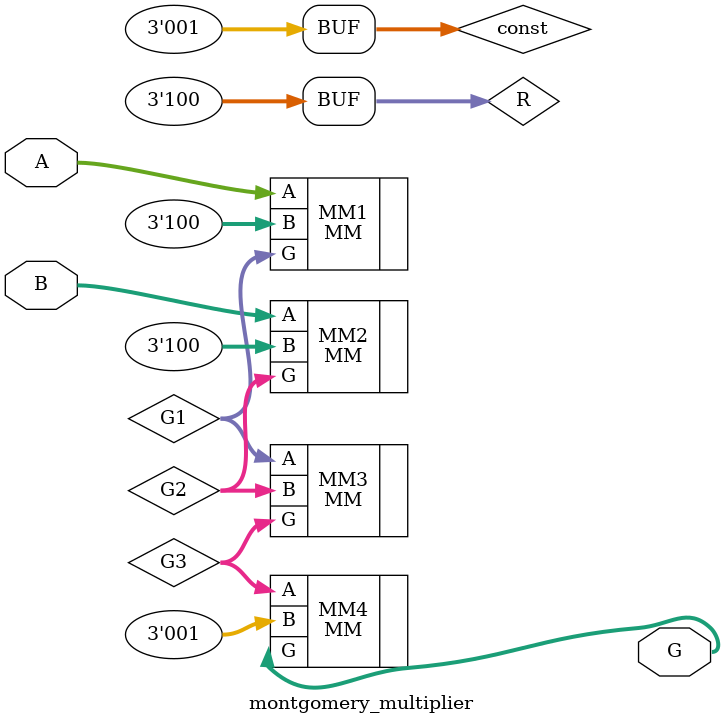
<source format=v>

module montgomery_multiplier(
    input [2:0] A,
    input [2:0] B,
    output [2:0] G
);

  wire [2:0] G1, G2, G3;
  wire [2:0] R;
  
  assign R = 3'b100; // x^3 as mentioned in the book
  
  wire [2:0] const = 3'b001; //As seen with last block in book

  // A*R = G1
  MM MM1(.A(A), .B(R), .G(G1));
  // B*R = G2
  MM MM2(.A(B), .B(R), .G(G2));
  
  // G1*G2 = G3
  MM MM3(.A(G1), .B(G2), .G(G3));
  // G3*1 = A*B (mod P)
  MM MM4(.A(G3), .B(const), .G(G));

endmodule

</source>
